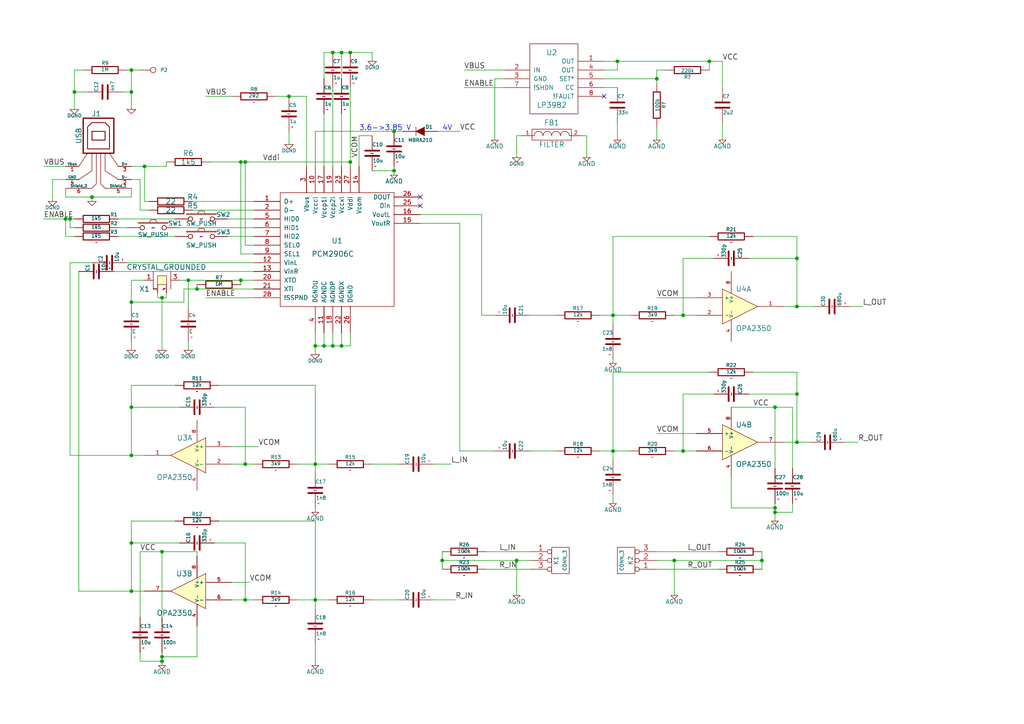
<source format=kicad_sch>
(kicad_sch (version 20230121) (generator eeschema)
  (paper "A4")
  (title_block (date "6 jan 2014"))
  (junction (at 54.61 81.28))
  (junction (at 41.91 48.26))
  (junction (at 38.1 171.45))
  (junction (at 71.12 46.99))
  (junction (at 224.79 147.32))
  (junction (at 38.1 157.48))
  (junction (at 198.12 91.44))
  (junction (at 195.58 162.56))
  (junction (at 93.98 100.33))
  (junction (at 21.59 26.67))
  (junction (at 38.1 20.32))
  (junction (at 220.98 162.56))
  (junction (at 224.79 148.59))
  (junction (at 91.44 173.99))
  (junction (at 205.74 17.78))
  (junction (at 114.3 38.1))
  (junction (at 198.12 130.81))
  (junction (at 179.07 17.78))
  (junction (at 38.1 87.63))
  (junction (at 96.52 100.33))
  (junction (at 38.1 26.67))
  (junction (at 114.3 49.53))
  (junction (at 231.14 128.27))
  (junction (at 231.14 88.9))
  (junction (at 231.14 114.3))
  (junction (at 91.44 100.33))
  (junction (at 26.67 57.15))
  (junction (at 20.32 63.5))
  (junction (at 46.99 191.77))
  (junction (at 46.99 190.5))
  (junction (at 101.6 15.24))
  (junction (at 231.14 74.93))
  (junction (at 19.05 63.5))
  (junction (at 46.99 86.36))
  (junction (at 83.82 27.94))
  (junction (at 38.1 118.11))
  (junction (at 190.5 22.86))
  (junction (at 69.85 81.28))
  (junction (at 224.79 118.11))
  (junction (at 71.12 134.62))
  (junction (at 91.44 134.62))
  (junction (at 71.12 173.99))
  (junction (at 38.1 132.08))
  (junction (at 101.6 46.99))
  (junction (at 69.85 46.99))
  (junction (at 99.06 15.24))
  (junction (at 46.99 160.02))
  (junction (at 128.27 162.56))
  (junction (at 177.8 91.44))
  (junction (at 149.86 162.56))
  (junction (at 99.06 100.33))
  (junction (at 57.15 83.82))
  (junction (at 96.52 15.24))
  (junction (at 177.8 130.81))
  (no_connect (at 175.26 27.94))
  (no_connect (at 121.92 57.15))
  (no_connect (at 121.92 59.69))
  (wire (pts (xy 175.26 20.32) (xy 179.07 20.32)))
  (wire (pts (xy 91.44 100.33) (xy 91.44 102.87)))
  (wire (pts (xy 63.5 151.13) (xy 91.44 151.13)))
  (wire (pts (xy 96.52 100.33) (xy 96.52 96.52)))
  (wire (pts (xy 190.5 20.32) (xy 190.5 22.86)))
  (wire (pts (xy 26.67 57.15) (xy 38.1 57.15)))
  (wire (pts (xy 133.35 64.77) (xy 133.35 130.81)))
  (wire (pts (xy 71.12 173.99) (xy 73.66 173.99)))
  (wire (pts (xy 15.24 52.07) (xy 15.24 58.42)))
  (wire (pts (xy 205.74 17.78) (xy 209.55 17.78)))
  (wire (pts (xy 38.1 118.11) (xy 38.1 132.08)))
  (wire (pts (xy 21.59 26.67) (xy 21.59 31.75)))
  (wire (pts (xy 53.34 83.82) (xy 53.34 87.63)))
  (wire (pts (xy 40.64 189.23) (xy 40.64 191.77)))
  (wire (pts (xy 60.96 46.99) (xy 69.85 46.99)))
  (wire (pts (xy 80.01 27.94) (xy 83.82 27.94)))
  (wire (pts (xy 93.98 15.24) (xy 96.52 15.24)))
  (wire (pts (xy 177.8 146.05) (xy 177.8 143.51)))
  (wire (pts (xy 20.32 63.5) (xy 21.59 63.5)))
  (wire (pts (xy 50.8 68.58) (xy 34.29 68.58)))
  (wire (pts (xy 121.92 62.23) (xy 139.7 62.23)))
  (wire (pts (xy 101.6 100.33) (xy 101.6 96.52)))
  (wire (pts (xy 91.44 134.62) (xy 95.25 134.62)))
  (wire (pts (xy 128.27 160.02) (xy 128.27 162.56)))
  (wire (pts (xy 20.32 132.08) (xy 20.32 76.2)))
  (wire (pts (xy 67.31 173.99) (xy 71.12 173.99)))
  (wire (pts (xy 69.85 81.28) (xy 73.66 81.28)))
  (wire (pts (xy 69.85 82.55) (xy 69.85 81.28)))
  (wire (pts (xy 50.8 111.76) (xy 38.1 111.76)))
  (wire (pts (xy 140.97 160.02) (xy 153.67 160.02)))
  (wire (pts (xy 212.09 118.11) (xy 224.79 118.11)))
  (wire (pts (xy 231.14 74.93) (xy 217.17 74.93)))
  (wire (pts (xy 21.59 20.32) (xy 24.13 20.32)))
  (wire (pts (xy 45.72 86.36) (xy 46.99 86.36)))
  (wire (pts (xy 96.52 25.4) (xy 96.52 48.26)))
  (wire (pts (xy 227.33 88.9) (xy 231.14 88.9)))
  (wire (pts (xy 54.61 101.6) (xy 54.61 99.06)))
  (wire (pts (xy 195.58 162.56) (xy 220.98 162.56)))
  (wire (pts (xy 66.04 68.58) (xy 73.66 68.58)))
  (wire (pts (xy 205.74 17.78) (xy 205.74 20.32)))
  (wire (pts (xy 38.1 26.67) (xy 38.1 31.75)))
  (wire (pts (xy 177.8 68.58) (xy 177.8 91.44)))
  (wire (pts (xy 71.12 71.12) (xy 71.12 46.99)))
  (wire (pts (xy 19.05 57.15) (xy 26.67 57.15)))
  (wire (pts (xy 91.44 134.62) (xy 91.44 137.16)))
  (wire (pts (xy 140.97 165.1) (xy 153.67 165.1)))
  (wire (pts (xy 83.82 27.94) (xy 88.9 27.94)))
  (wire (pts (xy 38.1 151.13) (xy 38.1 157.48)))
  (wire (pts (xy 40.64 179.07) (xy 40.64 160.02)))
  (wire (pts (xy 21.59 68.58) (xy 19.05 68.58)))
  (wire (pts (xy 57.15 181.61) (xy 57.15 190.5)))
  (wire (pts (xy 73.66 76.2) (xy 36.83 76.2)))
  (wire (pts (xy 115.57 173.99) (xy 107.95 173.99)))
  (wire (pts (xy 177.8 91.44) (xy 177.8 93.98)))
  (wire (pts (xy 86.36 173.99) (xy 91.44 173.99)))
  (wire (pts (xy 121.92 64.77) (xy 133.35 64.77)))
  (wire (pts (xy 229.87 146.05) (xy 229.87 148.59)))
  (wire (pts (xy 55.88 58.42) (xy 73.66 58.42)))
  (wire (pts (xy 71.12 118.11) (xy 71.12 134.62)))
  (wire (pts (xy 25.4 26.67) (xy 21.59 26.67)))
  (wire (pts (xy 96.52 100.33) (xy 99.06 100.33)))
  (wire (pts (xy 83.82 41.91) (xy 83.82 38.1)))
  (wire (pts (xy 91.44 173.99) (xy 95.25 173.99)))
  (wire (pts (xy 71.12 134.62) (xy 73.66 134.62)))
  (wire (pts (xy 220.98 160.02) (xy 220.98 162.56)))
  (wire (pts (xy 38.1 101.6) (xy 38.1 99.06)))
  (wire (pts (xy 62.23 157.48) (xy 71.12 157.48)))
  (wire (pts (xy 177.8 105.41) (xy 177.8 104.14)))
  (wire (pts (xy 168.91 39.37) (xy 170.18 39.37)))
  (wire (pts (xy 34.29 66.04) (xy 36.83 66.04)))
  (wire (pts (xy 198.12 91.44) (xy 201.93 91.44)))
  (wire (pts (xy 52.07 81.28) (xy 54.61 81.28)))
  (wire (pts (xy 46.99 160.02) (xy 46.99 179.07)))
  (wire (pts (xy 26.67 58.42) (xy 26.67 57.15)))
  (wire (pts (xy 66.04 63.5) (xy 73.66 63.5)))
  (wire (pts (xy 231.14 128.27) (xy 234.95 128.27)))
  (wire (pts (xy 146.05 20.32) (xy 134.62 20.32)))
  (wire (pts (xy 190.5 162.56) (xy 195.58 162.56)))
  (wire (pts (xy 128.27 162.56) (xy 149.86 162.56)))
  (wire (pts (xy 19.05 68.58) (xy 19.05 63.5)))
  (wire (pts (xy 133.35 38.1) (xy 127 38.1)))
  (wire (pts (xy 41.91 48.26) (xy 41.91 58.42)))
  (wire (pts (xy 54.61 88.9) (xy 54.61 81.28)))
  (wire (pts (xy 73.66 73.66) (xy 69.85 73.66)))
  (wire (pts (xy 229.87 148.59) (xy 224.79 148.59)))
  (wire (pts (xy 99.06 15.24) (xy 101.6 15.24)))
  (wire (pts (xy 19.05 54.61) (xy 19.05 57.15)))
  (wire (pts (xy 91.44 38.1) (xy 114.3 38.1)))
  (wire (pts (xy 50.8 151.13) (xy 38.1 151.13)))
  (wire (pts (xy 41.91 81.28) (xy 38.1 81.28)))
  (wire (pts (xy 40.64 52.07) (xy 38.1 52.07)))
  (wire (pts (xy 224.79 146.05) (xy 224.79 147.32)))
  (wire (pts (xy 12.7 48.26) (xy 19.05 48.26)))
  (wire (pts (xy 175.26 22.86) (xy 190.5 22.86)))
  (wire (pts (xy 38.1 20.32) (xy 38.1 26.67)))
  (wire (pts (xy 177.8 107.95) (xy 177.8 130.81)))
  (wire (pts (xy 218.44 107.95) (xy 231.14 107.95)))
  (wire (pts (xy 246.38 88.9) (xy 250.19 88.9)))
  (wire (pts (xy 67.31 134.62) (xy 71.12 134.62)))
  (wire (pts (xy 198.12 130.81) (xy 201.93 130.81)))
  (wire (pts (xy 91.44 151.13) (xy 91.44 173.99)))
  (wire (pts (xy 227.33 128.27) (xy 231.14 128.27)))
  (wire (pts (xy 151.13 39.37) (xy 149.86 39.37)))
  (wire (pts (xy 53.34 83.82) (xy 57.15 83.82)))
  (wire (pts (xy 69.85 46.99) (xy 71.12 46.99)))
  (wire (pts (xy 205.74 107.95) (xy 177.8 107.95)))
  (wire (pts (xy 91.44 100.33) (xy 93.98 100.33)))
  (wire (pts (xy 57.15 190.5) (xy 46.99 190.5)))
  (wire (pts (xy 107.95 15.24) (xy 107.95 17.78)))
  (wire (pts (xy 41.91 48.26) (xy 48.26 48.26)))
  (wire (pts (xy 99.06 15.24) (xy 99.06 22.86)))
  (wire (pts (xy 195.58 130.81) (xy 198.12 130.81)))
  (wire (pts (xy 62.23 118.11) (xy 71.12 118.11)))
  (wire (pts (xy 224.79 148.59) (xy 224.79 151.13)))
  (wire (pts (xy 193.04 20.32) (xy 190.5 20.32)))
  (wire (pts (xy 99.06 48.26) (xy 99.06 33.02)))
  (wire (pts (xy 93.98 48.26) (xy 93.98 33.02)))
  (wire (pts (xy 125.73 173.99) (xy 132.08 173.99)))
  (wire (pts (xy 46.99 86.36) (xy 48.26 86.36)))
  (wire (pts (xy 46.99 189.23) (xy 46.99 190.5)))
  (wire (pts (xy 91.44 111.76) (xy 91.44 134.62)))
  (wire (pts (xy 73.66 86.36) (xy 59.69 86.36)))
  (wire (pts (xy 173.99 130.81) (xy 177.8 130.81)))
  (wire (pts (xy 38.1 132.08) (xy 41.91 132.08)))
  (wire (pts (xy 101.6 15.24) (xy 107.95 15.24)))
  (wire (pts (xy 67.31 27.94) (xy 59.69 27.94)))
  (wire (pts (xy 93.98 100.33) (xy 96.52 100.33)))
  (wire (pts (xy 91.44 38.1) (xy 91.44 48.26)))
  (wire (pts (xy 63.5 111.76) (xy 91.44 111.76)))
  (wire (pts (xy 19.05 63.5) (xy 20.32 63.5)))
  (wire (pts (xy 218.44 68.58) (xy 231.14 68.58)))
  (wire (pts (xy 57.15 82.55) (xy 57.15 83.82)))
  (wire (pts (xy 114.3 49.53) (xy 107.95 49.53)))
  (wire (pts (xy 133.35 130.81) (xy 143.51 130.81)))
  (wire (pts (xy 139.7 62.23) (xy 139.7 91.44)))
  (wire (pts (xy 20.32 132.08) (xy 38.1 132.08)))
  (wire (pts (xy 93.98 96.52) (xy 93.98 100.33)))
  (wire (pts (xy 190.5 86.36) (xy 201.93 86.36)))
  (wire (pts (xy 22.86 171.45) (xy 22.86 78.74)))
  (wire (pts (xy 212.09 138.43) (xy 212.09 147.32)))
  (wire (pts (xy 91.44 148.59) (xy 91.44 147.32)))
  (wire (pts (xy 179.07 20.32) (xy 179.07 17.78)))
  (wire (pts (xy 21.59 20.32) (xy 21.59 26.67)))
  (wire (pts (xy 38.1 157.48) (xy 52.07 157.48)))
  (wire (pts (xy 231.14 107.95) (xy 231.14 114.3)))
  (wire (pts (xy 88.9 27.94) (xy 88.9 48.26)))
  (wire (pts (xy 173.99 91.44) (xy 177.8 91.44)))
  (wire (pts (xy 231.14 114.3) (xy 217.17 114.3)))
  (wire (pts (xy 40.64 60.96) (xy 40.64 52.07)))
  (wire (pts (xy 67.31 129.54) (xy 74.93 129.54)))
  (wire (pts (xy 40.64 160.02) (xy 46.99 160.02)))
  (wire (pts (xy 209.55 35.56) (xy 209.55 40.64)))
  (wire (pts (xy 52.07 66.04) (xy 73.66 66.04)))
  (wire (pts (xy 91.44 96.52) (xy 91.44 100.33)))
  (wire (pts (xy 38.1 81.28) (xy 38.1 87.63)))
  (wire (pts (xy 72.39 168.91) (xy 67.31 168.91)))
  (wire (pts (xy 114.3 38.1) (xy 116.84 38.1)))
  (wire (pts (xy 46.99 191.77) (xy 46.99 193.04)))
  (wire (pts (xy 38.1 111.76) (xy 38.1 118.11)))
  (wire (pts (xy 35.56 26.67) (xy 38.1 26.67)))
  (wire (pts (xy 73.66 71.12) (xy 71.12 71.12)))
  (wire (pts (xy 46.99 86.36) (xy 46.99 101.6)))
  (wire (pts (xy 190.5 125.73) (xy 201.93 125.73)))
  (wire (pts (xy 198.12 74.93) (xy 198.12 91.44)))
  (wire (pts (xy 179.07 17.78) (xy 205.74 17.78)))
  (wire (pts (xy 93.98 22.86) (xy 93.98 15.24)))
  (wire (pts (xy 149.86 162.56) (xy 149.86 172.72)))
  (wire (pts (xy 38.1 118.11) (xy 52.07 118.11)))
  (wire (pts (xy 54.61 81.28) (xy 69.85 81.28)))
  (wire (pts (xy 38.1 57.15) (xy 38.1 54.61)))
  (wire (pts (xy 139.7 91.44) (xy 143.51 91.44)))
  (wire (pts (xy 224.79 135.89) (xy 224.79 118.11)))
  (wire (pts (xy 177.8 91.44) (xy 182.88 91.44)))
  (wire (pts (xy 38.1 20.32) (xy 40.64 20.32)))
  (wire (pts (xy 143.51 22.86) (xy 143.51 40.64)))
  (wire (pts (xy 46.99 190.5) (xy 46.99 191.77)))
  (wire (pts (xy 153.67 130.81) (xy 161.29 130.81)))
  (wire (pts (xy 53.34 87.63) (xy 38.1 87.63)))
  (wire (pts (xy 20.32 76.2) (xy 26.67 76.2)))
  (wire (pts (xy 69.85 73.66) (xy 69.85 46.99)))
  (wire (pts (xy 40.64 191.77) (xy 46.99 191.77)))
  (wire (pts (xy 20.32 66.04) (xy 20.32 63.5)))
  (wire (pts (xy 209.55 17.78) (xy 209.55 25.4)))
  (wire (pts (xy 38.1 48.26) (xy 41.91 48.26)))
  (wire (pts (xy 198.12 114.3) (xy 198.12 130.81)))
  (wire (pts (xy 146.05 22.86) (xy 143.51 22.86)))
  (wire (pts (xy 114.3 48.26) (xy 114.3 49.53)))
  (wire (pts (xy 91.44 186.69) (xy 91.44 193.04)))
  (wire (pts (xy 190.5 22.86) (xy 190.5 24.13)))
  (wire (pts (xy 205.74 68.58) (xy 177.8 68.58)))
  (wire (pts (xy 57.15 83.82) (xy 73.66 83.82)))
  (wire (pts (xy 101.6 46.99) (xy 101.6 48.26)))
  (wire (pts (xy 245.11 128.27) (xy 248.92 128.27)))
  (wire (pts (xy 125.73 134.62) (xy 130.81 134.62)))
  (wire (pts (xy 195.58 162.56) (xy 195.58 172.72)))
  (wire (pts (xy 231.14 68.58) (xy 231.14 74.93)))
  (wire (pts (xy 179.07 35.56) (xy 179.07 40.64)))
  (wire (pts (xy 212.09 147.32) (xy 224.79 147.32)))
  (wire (pts (xy 229.87 118.11) (xy 229.87 135.89)))
  (wire (pts (xy 231.14 114.3) (xy 231.14 128.27)))
  (wire (pts (xy 46.99 160.02) (xy 57.15 160.02)))
  (wire (pts (xy 149.86 39.37) (xy 149.86 45.72)))
  (wire (pts (xy 231.14 74.93) (xy 231.14 88.9)))
  (wire (pts (xy 86.36 134.62) (xy 91.44 134.62)))
  (wire (pts (xy 195.58 91.44) (xy 198.12 91.44)))
  (wire (pts (xy 231.14 88.9) (xy 236.22 88.9)))
  (wire (pts (xy 43.18 60.96) (xy 40.64 60.96)))
  (wire (pts (xy 207.01 114.3) (xy 198.12 114.3)))
  (wire (pts (xy 12.7 63.5) (xy 19.05 63.5)))
  (wire (pts (xy 149.86 162.56) (xy 153.67 162.56)))
  (wire (pts (xy 128.27 162.56) (xy 128.27 165.1)))
  (wire (pts (xy 104.14 39.37) (xy 107.95 39.37)))
  (wire (pts (xy 207.01 74.93) (xy 198.12 74.93)))
  (wire (pts (xy 45.72 85.09) (xy 45.72 86.36)))
  (wire (pts (xy 48.26 86.36) (xy 48.26 85.09)))
  (wire (pts (xy 153.67 91.44) (xy 161.29 91.44)))
  (wire (pts (xy 190.5 40.64) (xy 190.5 36.83)))
  (wire (pts (xy 36.83 20.32) (xy 38.1 20.32)))
  (wire (pts (xy 99.06 100.33) (xy 99.06 96.52)))
  (wire (pts (xy 38.1 87.63) (xy 38.1 88.9)))
  (wire (pts (xy 57.15 160.02) (xy 57.15 161.29)))
  (wire (pts (xy 190.5 165.1) (xy 208.28 165.1)))
  (wire (pts (xy 224.79 147.32) (xy 224.79 148.59)))
  (wire (pts (xy 175.26 25.4) (xy 179.07 25.4)))
  (wire (pts (xy 38.1 171.45) (xy 41.91 171.45)))
  (wire (pts (xy 190.5 160.02) (xy 208.28 160.02)))
  (wire (pts (xy 114.3 49.53) (xy 114.3 50.8)))
  (wire (pts (xy 91.44 173.99) (xy 91.44 176.53)))
  (wire (pts (xy 48.26 48.26) (xy 48.26 46.99)))
  (wire (pts (xy 38.1 157.48) (xy 38.1 171.45)))
  (wire (pts (xy 73.66 78.74) (xy 33.02 78.74)))
  (wire (pts (xy 21.59 66.04) (xy 20.32 66.04)))
  (wire (pts (xy 170.18 39.37) (xy 170.18 45.72)))
  (wire (pts (xy 71.12 46.99) (xy 101.6 46.99)))
  (wire (pts (xy 19.05 52.07) (xy 15.24 52.07)))
  (wire (pts (xy 99.06 100.33) (xy 101.6 100.33)))
  (wire (pts (xy 104.14 48.26) (xy 104.14 39.37)))
  (wire (pts (xy 96.52 15.24) (xy 99.06 15.24)))
  (wire (pts (xy 101.6 25.4) (xy 101.6 46.99)))
  (wire (pts (xy 224.79 118.11) (xy 229.87 118.11)))
  (wire (pts (xy 177.8 130.81) (xy 182.88 130.81)))
  (wire (pts (xy 71.12 157.48) (xy 71.12 173.99)))
  (wire (pts (xy 146.05 25.4) (xy 134.62 25.4)))
  (wire (pts (xy 115.57 134.62) (xy 107.95 134.62)))
  (wire (pts (xy 22.86 171.45) (xy 38.1 171.45)))
  (wire (pts (xy 220.98 162.56) (xy 220.98 165.1)))
  (wire (pts (xy 41.91 58.42) (xy 43.18 58.42)))
  (wire (pts (xy 50.8 63.5) (xy 34.29 63.5)))
  (wire (pts (xy 175.26 17.78) (xy 179.07 17.78)))
  (wire (pts (xy 177.8 130.81) (xy 177.8 133.35)))
  (wire (pts (xy 55.88 60.96) (xy 73.66 60.96)))
  (text "3.6->3.85 V" (at 104.14 38.1 0) (effects (font (size 1.524 1.524)) (justify left bottom)))
  (text "4V" (at 128.27 38.1 0) (effects (font (size 1.524 1.524)) (justify left bottom)))
  (label "Vddi" (at 76.2 46.99 0) (effects (font (size 1.524 1.524))))
  (label "R_OUT" (at 199.39 165.1 0) (effects (font (size 1.524 1.524))))
  (label "ENABLE" (at 12.7 63.5 0) (effects (font (size 1.524 1.524))))
  (label "VCC" (at 218.44 118.11 0) (effects (font (size 1.524 1.524))))
  (label "VCOM" (at 74.93 129.54 0) (effects (font (size 1.524 1.524))))
  (label "R_IN" (at 132.08 173.99 0) (effects (font (size 1.524 1.524))))
  (label "R_IN" (at 144.78 165.1 0) (effects (font (size 1.524 1.524))))
  (label "R_OUT" (at 248.92 128.27 0) (effects (font (size 1.524 1.524))))
  (label "VCC" (at 209.55 17.78 0) (effects (font (size 1.524 1.524))))
  (label "VCC" (at 40.64 160.02 0) (effects (font (size 1.524 1.524))))
  (label "VBUS" (at 134.62 20.32 0) (effects (font (size 1.524 1.524))))
  (label "ENABLE" (at 59.69 86.36 0) (effects (font (size 1.524 1.524))))
  (label "L_OUT" (at 250.19 88.9 0) (effects (font (size 1.524 1.524))))
  (label "L_IN" (at 144.78 160.02 0) (effects (font (size 1.524 1.524))))
  (label "VCOM" (at 104.14 45.72 90) (effects (font (size 1.524 1.524))))
  (label "VCOM" (at 190.5 86.36 0) (effects (font (size 1.524 1.524))))
  (label "ENABLE" (at 134.62 25.4 0) (effects (font (size 1.524 1.524))))
  (label "L_OUT" (at 199.39 160.02 0) (effects (font (size 1.524 1.524))))
  (label "VBUS" (at 12.7 48.26 0) (effects (font (size 1.524 1.524))))
  (label "VBUS" (at 59.69 27.94 0) (effects (font (size 1.524 1.524))))
  (label "VCOM" (at 190.5 125.73 0) (effects (font (size 1.524 1.524))))
  (label "VCOM" (at 72.39 168.91 0) (effects (font (size 1.524 1.524))))
  (label "VCC" (at 133.35 38.1 0) (effects (font (size 1.524 1.524))))
  (label "L_IN" (at 130.81 134.62 0) (effects (font (size 1.524 1.524))))
  (symbol (lib_id "usb_codec:PCM2902C") (at 96.52 71.12 0) (unit 1)
    (property "Reference" "U1" (at 97.79 69.85 0) (effects (font (size 1.524 1.524))))
    (property "Value" "PCM2906C" (at 96.52 73.66 0) (effects (font (size 1.524 1.524))))
  )
  (symbol (lib_id "conn:USB") (at 29.21 43.18 0) (unit 1)
    (property "Reference" "J1" (effects hide))
    (property "Value" "USB" (effects hide))
    (property "Reference" "J1" (at 27.94 33.02 0) (effects (font (size 1.524 1.524))))
    (property "Value" "USB" (at 22.86 39.37 90) (effects (font (size 1.524 1.524))))
  )
  (symbol (lib_id "usb-rescue:R") (at 49.53 58.42 90) (unit 1)
    (property "Reference" "R4" (at 55.88 57.15 90) (effects (font (size 1.524 1.524))))
    (property "Value" "22" (at 49.53 58.42 90) (effects (font (size 1.524 1.524))))
  )
  (symbol (lib_id "usb-rescue:R") (at 49.53 60.96 90) (unit 1)
    (property "Reference" "R5" (at 55.88 59.69 90) (effects (font (size 1.524 1.524))))
    (property "Value" "22" (at 49.53 60.96 90) (effects (font (size 1.524 1.524))))
  )
  (symbol (lib_id "usb-rescue:R") (at 54.61 46.99 90) (unit 1)
    (property "Reference" "R6" (at 54.61 44.45 90) (effects (font (size 1.524 1.524))))
    (property "Value" "1k5" (at 54.61 46.99 90) (effects (font (size 1.524 1.524))))
  )
  (symbol (lib_id "usb-rescue:R") (at 73.66 27.94 90) (unit 1)
    (property "Reference" "R8" (at 73.66 25.908 90) (effects (font (size 1.016 1.016))))
    (property "Value" "2R2" (at 73.6346 27.7622 90) (effects (font (size 1.016 1.016))))
    (property "Footprint" "~" (at 73.66 29.718 90) (effects (font (size 0.762 0.762))))
    (property "Datasheet" "~" (at 73.66 27.94 0) (effects (font (size 0.762 0.762))))
  )
  (symbol (lib_id "usb-rescue:C") (at 83.82 33.02 0) (unit 1)
    (property "Reference" "C5" (at 83.82 30.48 0) (effects (font (size 1.016 1.016)) (justify left)))
    (property "Value" "1u" (at 83.9724 35.179 0) (effects (font (size 1.016 1.016)) (justify left)))
    (property "Footprint" "~" (at 84.7852 36.83 0) (effects (font (size 0.762 0.762))))
    (property "Datasheet" "~" (at 83.82 33.02 0) (effects (font (size 1.524 1.524))))
  )
  (symbol (lib_id "usb-rescue:DGND") (at 83.82 41.91 0) (unit 1)
    (property "Reference" "#PWR01" (effects hide))
    (property "Value" "DGND" (at 83.82 43.688 0) (effects (font (size 1.016 1.016))))
  )
  (symbol (lib_id "usb-rescue:DGND") (at 15.24 58.42 0) (unit 1)
    (property "Reference" "#PWR02" (effects hide))
    (property "Value" "DGND" (at 15.24 60.198 0) (effects (font (size 1.016 1.016))))
  )
  (symbol (lib_id "usb-rescue:R") (at 27.94 63.5 90) (unit 1)
    (property "Reference" "R1" (at 33.02 62.23 90) (effects (font (size 1.016 1.016))))
    (property "Value" "1k5" (at 27.9146 63.3222 90) (effects (font (size 1.016 1.016))))
    (property "Footprint" "~" (at 27.94 65.278 90) (effects (font (size 0.762 0.762))))
    (property "Datasheet" "~" (at 27.94 63.5 0) (effects (font (size 0.762 0.762))))
  )
  (symbol (lib_id "usb-rescue:R") (at 27.94 66.04 90) (unit 1)
    (property "Reference" "R2" (at 33.02 64.77 90) (effects (font (size 1.016 1.016))))
    (property "Value" "1k5" (at 27.9146 65.8622 90) (effects (font (size 1.016 1.016))))
    (property "Footprint" "~" (at 27.94 67.818 90) (effects (font (size 0.762 0.762))))
    (property "Datasheet" "~" (at 27.94 66.04 0) (effects (font (size 0.762 0.762))))
  )
  (symbol (lib_id "usb-rescue:R") (at 27.94 68.58 90) (unit 1)
    (property "Reference" "R3" (at 33.02 67.31 90) (effects (font (size 1.016 1.016))))
    (property "Value" "1k5" (at 27.9146 68.4022 90) (effects (font (size 1.016 1.016))))
    (property "Footprint" "~" (at 27.94 70.358 90) (effects (font (size 0.762 0.762))))
    (property "Datasheet" "~" (at 27.94 68.58 0) (effects (font (size 0.762 0.762))))
  )
  (symbol (lib_id "usb-rescue:SW_PUSH") (at 58.42 63.5 0) (unit 1)
    (property "Reference" "SW2" (at 64.77 62.23 0))
    (property "Value" "SW_PUSH" (at 58.42 64.77 0))
    (property "Footprint" "~" (at 58.42 63.5 0) (effects (font (size 1.524 1.524))))
    (property "Datasheet" "~" (at 58.42 63.5 0) (effects (font (size 1.524 1.524))))
  )
  (symbol (lib_id "usb-rescue:SW_PUSH") (at 44.45 66.04 0) (unit 1)
    (property "Reference" "SW1" (at 50.8 64.77 0))
    (property "Value" "SW_PUSH" (at 44.45 68.072 0))
    (property "Footprint" "~" (at 44.45 66.04 0) (effects (font (size 1.524 1.524))))
    (property "Datasheet" "~" (at 44.45 66.04 0) (effects (font (size 1.524 1.524))))
  )
  (symbol (lib_id "usb-rescue:SW_PUSH") (at 58.42 68.58 0) (unit 1)
    (property "Reference" "SW3" (at 64.77 67.31 0))
    (property "Value" "SW_PUSH" (at 58.42 71.12 0))
    (property "Footprint" "~" (at 58.42 68.58 0) (effects (font (size 1.524 1.524))))
    (property "Datasheet" "~" (at 58.42 68.58 0) (effects (font (size 1.524 1.524))))
  )
  (symbol (lib_id "usb-rescue:R") (at 63.5 82.55 90) (unit 1)
    (property "Reference" "R7" (at 63.5 80.518 90) (effects (font (size 1.016 1.016))))
    (property "Value" "1M" (at 63.4746 82.3722 90) (effects (font (size 1.016 1.016))))
    (property "Footprint" "~" (at 63.5 84.328 90) (effects (font (size 0.762 0.762))))
    (property "Datasheet" "~" (at 63.5 82.55 0) (effects (font (size 0.762 0.762))))
  )
  (symbol (lib_id "usb-rescue:C") (at 54.61 93.98 0) (unit 1)
    (property "Reference" "C4" (at 54.61 91.44 0) (effects (font (size 1.016 1.016)) (justify left)))
    (property "Value" "C" (at 54.7624 96.139 0) (effects (font (size 1.016 1.016)) (justify left)))
    (property "Footprint" "~" (at 55.5752 97.79 0) (effects (font (size 0.762 0.762))))
    (property "Datasheet" "~" (at 54.61 93.98 0) (effects (font (size 1.524 1.524))))
  )
  (symbol (lib_id "usb-rescue:C") (at 38.1 93.98 0) (unit 1)
    (property "Reference" "C3" (at 38.1 91.44 0) (effects (font (size 1.016 1.016)) (justify left)))
    (property "Value" "C" (at 38.2524 96.139 0) (effects (font (size 1.016 1.016)) (justify left)))
    (property "Footprint" "~" (at 39.0652 97.79 0) (effects (font (size 0.762 0.762))))
    (property "Datasheet" "~" (at 38.1 93.98 0) (effects (font (size 1.524 1.524))))
  )
  (symbol (lib_id "usb-rescue:DIODE") (at 121.92 38.1 180) (unit 1)
    (property "Reference" "D1" (at 124.46 36.83 0) (effects (font (size 1.016 1.016))))
    (property "Value" "MBRA210" (at 121.92 40.64 0) (effects (font (size 1.016 1.016))))
    (property "Footprint" "~" (at 121.92 38.1 0) (effects (font (size 1.524 1.524))))
    (property "Datasheet" "~" (at 121.92 38.1 0) (effects (font (size 1.524 1.524))))
  )
  (symbol (lib_id "usb-rescue:C") (at 114.3 43.18 0) (unit 1)
    (property "Reference" "C11" (at 114.3 40.64 0) (effects (font (size 1.016 1.016)) (justify left)))
    (property "Value" "10u" (at 114.4524 45.339 0) (effects (font (size 1.016 1.016)) (justify left)))
    (property "Footprint" "~" (at 115.2652 46.99 0) (effects (font (size 0.762 0.762))))
    (property "Datasheet" "~" (at 114.3 43.18 0) (effects (font (size 1.524 1.524))))
  )
  (symbol (lib_id "usb-rescue:AGND") (at 114.3 50.8 0) (unit 1)
    (property "Reference" "#PWR08" (effects hide))
    (property "Value" "AGND" (at 114.3 52.578 0))
  )
  (symbol (lib_id "usb-rescue:C") (at 93.98 27.94 0) (unit 1)
    (property "Reference" "C6" (at 93.98 25.4 0) (effects (font (size 1.016 1.016)) (justify left)))
    (property "Value" "1u" (at 94.1324 30.099 0) (effects (font (size 1.016 1.016)) (justify left)))
    (property "Footprint" "~" (at 94.9452 31.75 0) (effects (font (size 0.762 0.762))))
    (property "Datasheet" "~" (at 93.98 27.94 0) (effects (font (size 1.524 1.524))))
  )
  (symbol (lib_id "usb-rescue:C") (at 96.52 20.32 0) (unit 1)
    (property "Reference" "C7" (at 96.52 17.78 0) (effects (font (size 1.016 1.016)) (justify left)))
    (property "Value" "1u" (at 96.6724 22.479 0) (effects (font (size 1.016 1.016)) (justify left)))
    (property "Footprint" "~" (at 97.4852 24.13 0) (effects (font (size 0.762 0.762))))
    (property "Datasheet" "~" (at 96.52 20.32 0) (effects (font (size 1.524 1.524))))
  )
  (symbol (lib_id "usb-rescue:C") (at 99.06 27.94 0) (unit 1)
    (property "Reference" "C8" (at 99.06 25.4 0) (effects (font (size 1.016 1.016)) (justify left)))
    (property "Value" "1u" (at 99.2124 30.099 0) (effects (font (size 1.016 1.016)) (justify left)))
    (property "Footprint" "~" (at 100.0252 31.75 0) (effects (font (size 0.762 0.762))))
    (property "Datasheet" "~" (at 99.06 27.94 0) (effects (font (size 1.524 1.524))))
  )
  (symbol (lib_id "usb-rescue:C") (at 101.6 20.32 0) (unit 1)
    (property "Reference" "C9" (at 101.6 17.78 0) (effects (font (size 1.016 1.016)) (justify left)))
    (property "Value" "1u" (at 101.7524 22.479 0) (effects (font (size 1.016 1.016)) (justify left)))
    (property "Footprint" "~" (at 102.5652 24.13 0) (effects (font (size 0.762 0.762))))
    (property "Datasheet" "~" (at 101.6 20.32 0) (effects (font (size 1.524 1.524))))
  )
  (symbol (lib_id "usb-rescue:DGND") (at 107.95 17.78 0) (unit 1)
    (property "Reference" "#PWR010" (effects hide))
    (property "Value" "DGND" (at 107.95 19.558 0) (effects (font (size 1.016 1.016))))
  )
  (symbol (lib_id "usb-rescue:C") (at 107.95 44.45 0) (unit 1)
    (property "Reference" "C10" (at 107.95 41.91 0) (effects (font (size 1.016 1.016)) (justify left)))
    (property "Value" "10u" (at 108.1024 46.609 0) (effects (font (size 1.016 1.016)) (justify left)))
    (property "Footprint" "~" (at 108.9152 48.26 0) (effects (font (size 0.762 0.762))))
    (property "Datasheet" "~" (at 107.95 44.45 0) (effects (font (size 1.524 1.524))))
  )
  (symbol (lib_id "usb-rescue:DGND") (at 91.44 102.87 0) (unit 1)
    (property "Reference" "#PWR011" (effects hide))
    (property "Value" "DGND" (at 91.44 104.648 0) (effects (font (size 1.016 1.016))))
  )
  (symbol (lib_id "usb-rescue:C") (at 31.75 76.2 90) (unit 1)
    (property "Reference" "C2" (at 29.21 76.2 0) (effects (font (size 1.016 1.016)) (justify left)))
    (property "Value" "10u" (at 33.909 76.0476 0) (effects (font (size 1.016 1.016)) (justify left)))
    (property "Footprint" "~" (at 35.56 75.2348 0) (effects (font (size 0.762 0.762))))
    (property "Datasheet" "~" (at 31.75 76.2 0) (effects (font (size 1.524 1.524))))
  )
  (symbol (lib_id "usb-rescue:C") (at 27.94 78.74 90) (unit 1)
    (property "Reference" "C1" (at 25.4 78.74 0) (effects (font (size 1.016 1.016)) (justify left)))
    (property "Value" "10u" (at 30.099 78.5876 0) (effects (font (size 1.016 1.016)) (justify left)))
    (property "Footprint" "~" (at 31.75 77.7748 0) (effects (font (size 0.762 0.762))))
    (property "Datasheet" "~" (at 27.94 78.74 0) (effects (font (size 1.524 1.524))))
  )
  (symbol (lib_id "usb-rescue:TL082") (at 54.61 171.45 0) (mirror y) (unit 2)
    (property "Reference" "U3" (at 55.88 166.37 0) (effects (font (size 1.524 1.524)) (justify left)))
    (property "Value" "OPA2350" (at 55.88 177.8 0) (effects (font (size 1.524 1.524)) (justify left)))
  )
  (symbol (lib_id "usb-rescue:C") (at 40.64 184.15 0) (unit 1)
    (property "Reference" "C13" (at 40.64 181.61 0) (effects (font (size 1.016 1.016)) (justify left)))
    (property "Value" "10u" (at 40.7924 186.309 0) (effects (font (size 1.016 1.016)) (justify left)))
    (property "Footprint" "~" (at 41.6052 187.96 0) (effects (font (size 0.762 0.762))))
    (property "Datasheet" "~" (at 40.64 184.15 0) (effects (font (size 1.524 1.524))))
  )
  (symbol (lib_id "usb-rescue:C") (at 46.99 184.15 0) (unit 1)
    (property "Reference" "C14" (at 46.99 181.61 0) (effects (font (size 1.016 1.016)) (justify left)))
    (property "Value" "100n" (at 47.1424 186.309 0) (effects (font (size 1.016 1.016)) (justify left)))
    (property "Footprint" "~" (at 47.9552 187.96 0) (effects (font (size 0.762 0.762))))
    (property "Datasheet" "~" (at 46.99 184.15 0) (effects (font (size 1.524 1.524))))
  )
  (symbol (lib_id "usb-rescue:R") (at 57.15 151.13 90) (unit 1)
    (property "Reference" "R12" (at 57.15 149.098 90) (effects (font (size 1.016 1.016))))
    (property "Value" "12k" (at 57.1246 150.9522 90) (effects (font (size 1.016 1.016))))
    (property "Footprint" "~" (at 57.15 152.908 90) (effects (font (size 0.762 0.762))))
    (property "Datasheet" "~" (at 57.15 151.13 0) (effects (font (size 0.762 0.762))))
  )
  (symbol (lib_id "usb-rescue:C") (at 57.15 157.48 90) (unit 1)
    (property "Reference" "C16" (at 54.61 157.48 0) (effects (font (size 1.016 1.016)) (justify left)))
    (property "Value" "330p" (at 59.309 157.3276 0) (effects (font (size 1.016 1.016)) (justify left)))
    (property "Footprint" "~" (at 60.96 156.5148 0) (effects (font (size 0.762 0.762))))
    (property "Datasheet" "~" (at 57.15 157.48 0) (effects (font (size 1.524 1.524))))
  )
  (symbol (lib_id "usb-rescue:R") (at 80.01 173.99 90) (unit 1)
    (property "Reference" "R14" (at 80.01 171.958 90) (effects (font (size 1.016 1.016))))
    (property "Value" "3k9" (at 79.9846 173.8122 90) (effects (font (size 1.016 1.016))))
    (property "Footprint" "~" (at 80.01 175.768 90) (effects (font (size 0.762 0.762))))
    (property "Datasheet" "~" (at 80.01 173.99 0) (effects (font (size 0.762 0.762))))
  )
  (symbol (lib_id "usb-rescue:R") (at 101.6 173.99 90) (unit 1)
    (property "Reference" "R16" (at 101.6 171.958 90) (effects (font (size 1.016 1.016))))
    (property "Value" "12k" (at 101.5746 173.8122 90) (effects (font (size 1.016 1.016))))
    (property "Footprint" "~" (at 101.6 175.768 90) (effects (font (size 0.762 0.762))))
    (property "Datasheet" "~" (at 101.6 173.99 0) (effects (font (size 0.762 0.762))))
  )
  (symbol (lib_id "usb-rescue:C") (at 120.65 173.99 90) (unit 1)
    (property "Reference" "C20" (at 118.11 173.99 0) (effects (font (size 1.016 1.016)) (justify left)))
    (property "Value" "10u" (at 122.809 173.8376 0) (effects (font (size 1.016 1.016)) (justify left)))
    (property "Footprint" "~" (at 124.46 173.0248 0) (effects (font (size 0.762 0.762))))
    (property "Datasheet" "~" (at 120.65 173.99 0) (effects (font (size 1.524 1.524))))
  )
  (symbol (lib_id "usb-rescue:C") (at 91.44 181.61 0) (unit 1)
    (property "Reference" "C18" (at 91.44 179.07 0) (effects (font (size 1.016 1.016)) (justify left)))
    (property "Value" "1n8" (at 91.5924 183.769 0) (effects (font (size 1.016 1.016)) (justify left)))
    (property "Footprint" "~" (at 92.4052 185.42 0) (effects (font (size 0.762 0.762))))
    (property "Datasheet" "~" (at 91.44 181.61 0) (effects (font (size 1.524 1.524))))
  )
  (symbol (lib_id "usb-rescue:TL082") (at 54.61 132.08 0) (mirror y) (unit 1)
    (property "Reference" "U3" (at 55.88 127 0) (effects (font (size 1.524 1.524)) (justify left)))
    (property "Value" "OPA2350" (at 55.88 138.43 0) (effects (font (size 1.524 1.524)) (justify left)))
  )
  (symbol (lib_id "usb-rescue:R") (at 57.15 111.76 90) (unit 1)
    (property "Reference" "R11" (at 57.15 109.728 90) (effects (font (size 1.016 1.016))))
    (property "Value" "12k" (at 57.1246 111.5822 90) (effects (font (size 1.016 1.016))))
    (property "Footprint" "~" (at 57.15 113.538 90) (effects (font (size 0.762 0.762))))
    (property "Datasheet" "~" (at 57.15 111.76 0) (effects (font (size 0.762 0.762))))
  )
  (symbol (lib_id "usb-rescue:C") (at 57.15 118.11 90) (unit 1)
    (property "Reference" "C15" (at 54.61 118.11 0) (effects (font (size 1.016 1.016)) (justify left)))
    (property "Value" "330p" (at 59.309 117.9576 0) (effects (font (size 1.016 1.016)) (justify left)))
    (property "Footprint" "~" (at 60.96 117.1448 0) (effects (font (size 0.762 0.762))))
    (property "Datasheet" "~" (at 57.15 118.11 0) (effects (font (size 1.524 1.524))))
  )
  (symbol (lib_id "usb-rescue:R") (at 80.01 134.62 90) (unit 1)
    (property "Reference" "R13" (at 80.01 132.588 90) (effects (font (size 1.016 1.016))))
    (property "Value" "3k9" (at 79.9846 134.4422 90) (effects (font (size 1.016 1.016))))
    (property "Footprint" "~" (at 80.01 136.398 90) (effects (font (size 0.762 0.762))))
    (property "Datasheet" "~" (at 80.01 134.62 0) (effects (font (size 0.762 0.762))))
  )
  (symbol (lib_id "usb-rescue:R") (at 101.6 134.62 90) (unit 1)
    (property "Reference" "R15" (at 101.6 132.588 90) (effects (font (size 1.016 1.016))))
    (property "Value" "12k" (at 101.5746 134.4422 90) (effects (font (size 1.016 1.016))))
    (property "Footprint" "~" (at 101.6 136.398 90) (effects (font (size 0.762 0.762))))
    (property "Datasheet" "~" (at 101.6 134.62 0) (effects (font (size 0.762 0.762))))
  )
  (symbol (lib_id "usb-rescue:C") (at 120.65 134.62 90) (unit 1)
    (property "Reference" "C19" (at 118.11 134.62 0) (effects (font (size 1.016 1.016)) (justify left)))
    (property "Value" "10u" (at 122.809 134.4676 0) (effects (font (size 1.016 1.016)) (justify left)))
    (property "Footprint" "~" (at 124.46 133.6548 0) (effects (font (size 0.762 0.762))))
    (property "Datasheet" "~" (at 120.65 134.62 0) (effects (font (size 1.524 1.524))))
  )
  (symbol (lib_id "usb-rescue:C") (at 91.44 142.24 0) (unit 1)
    (property "Reference" "C17" (at 91.44 139.7 0) (effects (font (size 1.016 1.016)) (justify left)))
    (property "Value" "1n8" (at 91.5924 144.399 0) (effects (font (size 1.016 1.016)) (justify left)))
    (property "Footprint" "~" (at 92.4052 146.05 0) (effects (font (size 0.762 0.762))))
    (property "Datasheet" "~" (at 91.44 142.24 0) (effects (font (size 1.524 1.524))))
  )
  (symbol (lib_id "usb-rescue:TL082") (at 214.63 128.27 0) (unit 2)
    (property "Reference" "U4" (at 213.36 123.19 0) (effects (font (size 1.524 1.524)) (justify left)))
    (property "Value" "OPA2350" (at 213.36 134.62 0) (effects (font (size 1.524 1.524)) (justify left)))
  )
  (symbol (lib_id "usb-rescue:R") (at 212.09 107.95 270) (mirror x) (unit 1)
    (property "Reference" "R22" (at 212.09 105.918 90) (effects (font (size 1.016 1.016))))
    (property "Value" "12k" (at 212.1154 107.7722 90) (effects (font (size 1.016 1.016))))
    (property "Footprint" "~" (at 212.09 109.728 90) (effects (font (size 0.762 0.762))))
    (property "Datasheet" "~" (at 212.09 107.95 0) (effects (font (size 0.762 0.762))))
  )
  (symbol (lib_id "usb-rescue:C") (at 212.09 114.3 270) (mirror x) (unit 1)
    (property "Reference" "C26" (at 214.63 114.3 0) (effects (font (size 1.016 1.016)) (justify left)))
    (property "Value" "330p" (at 209.931 114.1476 0) (effects (font (size 1.016 1.016)) (justify left)))
    (property "Footprint" "~" (at 208.28 113.3348 0) (effects (font (size 0.762 0.762))))
    (property "Datasheet" "~" (at 212.09 114.3 0) (effects (font (size 1.524 1.524))))
  )
  (symbol (lib_id "usb-rescue:R") (at 189.23 130.81 270) (mirror x) (unit 1)
    (property "Reference" "R20" (at 189.23 128.778 90) (effects (font (size 1.016 1.016))))
    (property "Value" "3k9" (at 189.2554 130.6322 90) (effects (font (size 1.016 1.016))))
    (property "Footprint" "~" (at 189.23 132.588 90) (effects (font (size 0.762 0.762))))
    (property "Datasheet" "~" (at 189.23 130.81 0) (effects (font (size 0.762 0.762))))
  )
  (symbol (lib_id "usb-rescue:R") (at 167.64 130.81 270) (mirror x) (unit 1)
    (property "Reference" "R18" (at 167.64 128.778 90) (effects (font (size 1.016 1.016))))
    (property "Value" "12k" (at 167.6654 130.6322 90) (effects (font (size 1.016 1.016))))
    (property "Footprint" "~" (at 167.64 132.588 90) (effects (font (size 0.762 0.762))))
    (property "Datasheet" "~" (at 167.64 130.81 0) (effects (font (size 0.762 0.762))))
  )
  (symbol (lib_id "usb-rescue:C") (at 148.59 130.81 270) (mirror x) (unit 1)
    (property "Reference" "C22" (at 151.13 130.81 0) (effects (font (size 1.016 1.016)) (justify left)))
    (property "Value" "10u" (at 146.431 130.6576 0) (effects (font (size 1.016 1.016)) (justify left)))
    (property "Footprint" "~" (at 144.78 129.8448 0) (effects (font (size 0.762 0.762))))
    (property "Datasheet" "~" (at 148.59 130.81 0) (effects (font (size 1.524 1.524))))
  )
  (symbol (lib_id "usb-rescue:C") (at 177.8 138.43 0) (mirror y) (unit 1)
    (property "Reference" "C24" (at 177.8 135.89 0) (effects (font (size 1.016 1.016)) (justify left)))
    (property "Value" "1n8" (at 177.6476 140.589 0) (effects (font (size 1.016 1.016)) (justify left)))
    (property "Footprint" "~" (at 176.8348 142.24 0) (effects (font (size 0.762 0.762))))
    (property "Datasheet" "~" (at 177.8 138.43 0) (effects (font (size 1.524 1.524))))
  )
  (symbol (lib_id "usb-rescue:TL082") (at 214.63 88.9 0) (unit 1)
    (property "Reference" "U4" (at 213.36 83.82 0) (effects (font (size 1.524 1.524)) (justify left)))
    (property "Value" "OPA2350" (at 213.36 95.25 0) (effects (font (size 1.524 1.524)) (justify left)))
  )
  (symbol (lib_id "usb-rescue:R") (at 212.09 68.58 270) (mirror x) (unit 1)
    (property "Reference" "R21" (at 212.09 66.548 90) (effects (font (size 1.016 1.016))))
    (property "Value" "12k" (at 212.1154 68.4022 90) (effects (font (size 1.016 1.016))))
    (property "Footprint" "~" (at 212.09 70.358 90) (effects (font (size 0.762 0.762))))
    (property "Datasheet" "~" (at 212.09 68.58 0) (effects (font (size 0.762 0.762))))
  )
  (symbol (lib_id "usb-rescue:C") (at 212.09 74.93 270) (mirror x) (unit 1)
    (property "Reference" "C25" (at 214.63 74.93 0) (effects (font (size 1.016 1.016)) (justify left)))
    (property "Value" "330p" (at 209.931 74.7776 0) (effects (font (size 1.016 1.016)) (justify left)))
    (property "Footprint" "~" (at 208.28 73.9648 0) (effects (font (size 0.762 0.762))))
    (property "Datasheet" "~" (at 212.09 74.93 0) (effects (font (size 1.524 1.524))))
  )
  (symbol (lib_id "usb-rescue:R") (at 189.23 91.44 270) (mirror x) (unit 1)
    (property "Reference" "R19" (at 189.23 89.408 90) (effects (font (size 1.016 1.016))))
    (property "Value" "3k9" (at 189.2554 91.2622 90) (effects (font (size 1.016 1.016))))
    (property "Footprint" "~" (at 189.23 93.218 90) (effects (font (size 0.762 0.762))))
    (property "Datasheet" "~" (at 189.23 91.44 0) (effects (font (size 0.762 0.762))))
  )
  (symbol (lib_id "usb-rescue:R") (at 167.64 91.44 270) (mirror x) (unit 1)
    (property "Reference" "R17" (at 167.64 89.408 90) (effects (font (size 1.016 1.016))))
    (property "Value" "12k" (at 167.6654 91.2622 90) (effects (font (size 1.016 1.016))))
    (property "Footprint" "~" (at 167.64 93.218 90) (effects (font (size 0.762 0.762))))
    (property "Datasheet" "~" (at 167.64 91.44 0) (effects (font (size 0.762 0.762))))
  )
  (symbol (lib_id "usb-rescue:C") (at 148.59 91.44 270) (mirror x) (unit 1)
    (property "Reference" "C21" (at 151.13 91.44 0) (effects (font (size 1.016 1.016)) (justify left)))
    (property "Value" "10u" (at 146.431 91.2876 0) (effects (font (size 1.016 1.016)) (justify left)))
    (property "Footprint" "~" (at 144.78 90.4748 0) (effects (font (size 0.762 0.762))))
    (property "Datasheet" "~" (at 148.59 91.44 0) (effects (font (size 1.524 1.524))))
  )
  (symbol (lib_id "usb-rescue:C") (at 177.8 99.06 0) (mirror y) (unit 1)
    (property "Reference" "C23" (at 177.8 96.52 0) (effects (font (size 1.016 1.016)) (justify left)))
    (property "Value" "1n8" (at 177.6476 101.219 0) (effects (font (size 1.016 1.016)) (justify left)))
    (property "Footprint" "~" (at 176.8348 102.87 0) (effects (font (size 0.762 0.762))))
    (property "Datasheet" "~" (at 177.8 99.06 0) (effects (font (size 1.524 1.524))))
  )
  (symbol (lib_id "usb-rescue:AGND") (at 46.99 193.04 0) (unit 1)
    (property "Reference" "#PWR013" (effects hide))
    (property "Value" "AGND" (at 46.99 194.818 0))
  )
  (symbol (lib_id "usb-rescue:AGND") (at 91.44 193.04 0) (unit 1)
    (property "Reference" "#PWR014" (effects hide))
    (property "Value" "AGND" (at 91.44 194.818 0))
  )
  (symbol (lib_id "usb-rescue:AGND") (at 91.44 148.59 0) (unit 1)
    (property "Reference" "#PWR015" (effects hide))
    (property "Value" "AGND" (at 91.44 150.368 0))
  )
  (symbol (lib_id "usb-rescue:AGND") (at 177.8 105.41 0) (unit 1)
    (property "Reference" "#PWR016" (effects hide))
    (property "Value" "AGND" (at 177.8 107.188 0))
  )
  (symbol (lib_id "usb-rescue:AGND") (at 177.8 146.05 0) (unit 1)
    (property "Reference" "#PWR017" (effects hide))
    (property "Value" "AGND" (at 177.8 147.828 0))
  )
  (symbol (lib_id "usb-rescue:C") (at 224.79 140.97 0) (unit 1)
    (property "Reference" "C27" (at 224.79 138.43 0) (effects (font (size 1.016 1.016)) (justify left)))
    (property "Value" "100n" (at 224.9424 143.129 0) (effects (font (size 1.016 1.016)) (justify left)))
    (property "Footprint" "~" (at 225.7552 144.78 0) (effects (font (size 0.762 0.762))))
    (property "Datasheet" "~" (at 224.79 140.97 0) (effects (font (size 1.524 1.524))))
  )
  (symbol (lib_id "usb-rescue:C") (at 229.87 140.97 0) (unit 1)
    (property "Reference" "C28" (at 229.87 138.43 0) (effects (font (size 1.016 1.016)) (justify left)))
    (property "Value" "10u" (at 230.0224 143.129 0) (effects (font (size 1.016 1.016)) (justify left)))
    (property "Footprint" "~" (at 230.8352 144.78 0) (effects (font (size 0.762 0.762))))
    (property "Datasheet" "~" (at 229.87 140.97 0) (effects (font (size 1.524 1.524))))
  )
  (symbol (lib_id "usb-rescue:AGND") (at 224.79 151.13 0) (unit 1)
    (property "Reference" "#PWR018" (effects hide))
    (property "Value" "AGND" (at 224.79 152.908 0))
  )
  (symbol (lib_id "usb-rescue:C") (at 241.3 88.9 90) (unit 1)
    (property "Reference" "C30" (at 238.76 88.9 0) (effects (font (size 1.016 1.016)) (justify left)))
    (property "Value" "680u" (at 243.459 88.7476 0) (effects (font (size 1.016 1.016)) (justify left)))
    (property "Footprint" "~" (at 245.11 87.9348 0) (effects (font (size 0.762 0.762))))
    (property "Datasheet" "~" (at 241.3 88.9 0) (effects (font (size 1.524 1.524))))
  )
  (symbol (lib_id "usb-rescue:C") (at 240.03 128.27 90) (unit 1)
    (property "Reference" "C29" (at 237.49 128.27 0) (effects (font (size 1.016 1.016)) (justify left)))
    (property "Value" "680u" (at 242.189 128.1176 0) (effects (font (size 1.016 1.016)) (justify left)))
    (property "Footprint" "~" (at 243.84 127.3048 0) (effects (font (size 0.762 0.762))))
    (property "Datasheet" "~" (at 240.03 128.27 0) (effects (font (size 1.524 1.524))))
  )
  (symbol (lib_id "usb-rescue:AGND") (at 149.86 172.72 0) (unit 1)
    (property "Reference" "#PWR019" (effects hide))
    (property "Value" "AGND" (at 149.86 174.498 0))
  )
  (symbol (lib_id "usb-rescue:AGND") (at 195.58 172.72 0) (unit 1)
    (property "Reference" "#PWR020" (effects hide))
    (property "Value" "AGND" (at 195.58 174.498 0))
  )
  (symbol (lib_id "usb-rescue:R") (at 134.62 160.02 90) (unit 1)
    (property "Reference" "R26" (at 134.62 157.988 90) (effects (font (size 1.016 1.016))))
    (property "Value" "100k" (at 134.5946 159.8422 90) (effects (font (size 1.016 1.016))))
    (property "Footprint" "~" (at 134.62 161.798 90) (effects (font (size 0.762 0.762))))
    (property "Datasheet" "~" (at 134.62 160.02 0) (effects (font (size 0.762 0.762))))
  )
  (symbol (lib_id "usb-rescue:R") (at 134.62 165.1 90) (unit 1)
    (property "Reference" "R23" (at 134.62 163.068 90) (effects (font (size 1.016 1.016))))
    (property "Value" "100k" (at 134.5946 164.9222 90) (effects (font (size 1.016 1.016))))
    (property "Footprint" "~" (at 134.62 166.878 90) (effects (font (size 0.762 0.762))))
    (property "Datasheet" "~" (at 134.62 165.1 0) (effects (font (size 0.762 0.762))))
  )
  (symbol (lib_id "usb-rescue:R") (at 214.63 160.02 90) (unit 1)
    (property "Reference" "R24" (at 214.63 157.988 90) (effects (font (size 1.016 1.016))))
    (property "Value" "100k" (at 214.6046 159.8422 90) (effects (font (size 1.016 1.016))))
    (property "Footprint" "~" (at 214.63 161.798 90) (effects (font (size 0.762 0.762))))
    (property "Datasheet" "~" (at 214.63 160.02 0) (effects (font (size 0.762 0.762))))
  )
  (symbol (lib_id "usb-rescue:R") (at 214.63 165.1 90) (unit 1)
    (property "Reference" "R25" (at 214.63 163.068 90) (effects (font (size 1.016 1.016))))
    (property "Value" "100k" (at 214.6046 164.9222 90) (effects (font (size 1.016 1.016))))
    (property "Footprint" "~" (at 214.63 166.878 90) (effects (font (size 0.762 0.762))))
    (property "Datasheet" "~" (at 214.63 165.1 0) (effects (font (size 0.762 0.762))))
  )
  (symbol (lib_id "conn:CONN_1") (at 44.45 20.32 0) (unit 1)
    (property "Reference" "P2" (at 46.482 20.32 0) (effects (font (size 1.016 1.016)) (justify left)))
    (property "Value" "CONN_1" (effects hide))
  )
  (symbol (lib_id "usb-rescue:DGND") (at 149.86 45.72 0) (unit 1)
    (property "Reference" "#PWR022" (effects hide))
    (property "Value" "DGND" (at 149.86 47.498 0) (effects (font (size 1.016 1.016))))
  )
  (symbol (lib_id "usb-rescue:AGND") (at 170.18 45.72 0) (unit 1)
    (property "Reference" "#PWR023" (effects hide))
    (property "Value" "AGND" (at 170.18 47.498 0))
  )
  (symbol (lib_id "conn:CONN_3") (at 162.56 162.56 0) (unit 1)
    (property "Reference" "K1" (at 161.29 162.56 90))
    (property "Value" "CONN_3" (at 163.83 162.56 90) (effects (font (size 1.016 1.016))))
  )
  (symbol (lib_id "conn:CONN_3") (at 181.61 162.56 180) (unit 1)
    (property "Reference" "K2" (at 182.88 162.56 90))
    (property "Value" "CONN_3" (at 180.34 162.56 90) (effects (font (size 1.016 1.016))))
  )
  (symbol (lib_id "linear_regulators:LP3982") (at 160.02 22.86 0) (unit 1)
    (property "Reference" "U2" (at 160.02 15.24 0) (effects (font (size 1.524 1.524))))
    (property "Value" "LP3982" (at 160.02 30.48 0) (effects (font (size 1.524 1.524))))
  )
  (symbol (lib_id "usb-rescue:R") (at 199.39 20.32 270) (unit 1)
    (property "Reference" "R?" (at 199.39 22.352 90) (effects (font (size 1.016 1.016))))
    (property "Value" "220k" (at 199.4154 20.4978 90) (effects (font (size 1.016 1.016))))
  )
  (symbol (lib_id "usb-rescue:R") (at 190.5 30.48 0) (unit 1)
    (property "Reference" "R?" (at 192.532 30.48 90) (effects (font (size 1.016 1.016))))
    (property "Value" "100k" (at 190.6778 30.4546 90) (effects (font (size 1.016 1.016))))
  )
  (symbol (lib_id "usb-rescue:C") (at 179.07 30.48 0) (unit 1)
    (property "Reference" "C?" (at 179.07 27.94 0) (effects (font (size 1.016 1.016)) (justify left)))
    (property "Value" "33n" (at 179.2224 32.639 0) (effects (font (size 1.016 1.016)) (justify left)))
  )
  (symbol (lib_id "usb-rescue:C") (at 209.55 30.48 0) (unit 1)
    (property "Reference" "C?" (at 209.55 27.94 0) (effects (font (size 1.016 1.016)) (justify left)))
    (property "Value" "2u2" (at 209.7024 32.639 0) (effects (font (size 1.016 1.016)) (justify left)))
  )
  (symbol (lib_id "usb-rescue:AGND") (at 209.55 40.64 0) (unit 1)
    (property "Reference" "#PWR?" (effects hide))
    (property "Value" "AGND" (at 209.55 42.418 0))
  )
  (symbol (lib_id "usb-rescue:AGND") (at 190.5 40.64 0) (unit 1)
    (property "Reference" "#PWR?" (effects hide))
    (property "Value" "AGND" (at 190.5 42.418 0))
  )
  (symbol (lib_id "usb-rescue:AGND") (at 179.07 40.64 0) (unit 1)
    (property "Reference" "#PWR?" (effects hide))
    (property "Value" "AGND" (at 179.07 42.418 0))
  )
  (symbol (lib_id "usb-rescue:AGND") (at 143.51 40.64 0) (unit 1)
    (property "Reference" "#PWR?" (effects hide))
    (property "Value" "AGND" (at 143.51 42.418 0))
  )
  (symbol (lib_id "usb-rescue:GND") (at 26.67 58.42 0) (unit 1)
    (property "Reference" "#PWR?" (effects hide))
    (property "Value" "GND" (effects hide))
  )
  (symbol (lib_id "usb-rescue:FILTER") (at 160.02 39.37 0) (unit 1)
    (property "Reference" "FB1" (at 160.02 35.56 0) (effects (font (size 1.524 1.524))))
    (property "Value" "FILTER" (at 160.02 41.91 0) (effects (font (size 1.524 1.524))))
  )
  (symbol (lib_id "usb-rescue:R") (at 30.48 20.32 90) (unit 1)
    (property "Reference" "R9" (at 30.48 18.288 90) (effects (font (size 1.016 1.016))))
    (property "Value" "1M" (at 30.4546 20.1422 90) (effects (font (size 1.016 1.016))))
  )
  (symbol (lib_id "usb-rescue:C") (at 30.48 26.67 90) (unit 1)
    (property "Reference" "C12" (at 27.94 26.67 0) (effects (font (size 1.016 1.016)) (justify left)))
    (property "Value" "4n7" (at 32.639 26.5176 0) (effects (font (size 1.016 1.016)) (justify left)))
  )
  (symbol (lib_id "usb-rescue:DGND") (at 21.59 31.75 0) (unit 1)
    (property "Reference" "#PWR?" (effects hide))
    (property "Value" "DGND" (at 21.59 33.528 0) (effects (font (size 1.016 1.016))))
  )
  (symbol (lib_id "usb-rescue:GND") (at 38.1 31.75 0) (unit 1)
    (property "Reference" "#PWR?" (effects hide))
    (property "Value" "GND" (effects hide))
  )
  (symbol (lib_id "crystals:CRYSTAL_GROUNDED") (at 46.99 81.28 0) (unit 1)
    (property "Reference" "X1" (at 41.91 83.82 0) (effects (font (size 1.524 1.524))))
    (property "Value" "CRYSTAL_GROUNDED" (at 48.26 77.47 0) (effects (font (size 1.524 1.524))))
  )
  (symbol (lib_id "usb-rescue:DGND") (at 54.61 101.6 0) (unit 1)
    (property "Reference" "#PWR?" (effects hide))
    (property "Value" "DGND" (at 54.61 103.378 0) (effects (font (size 1.016 1.016))))
  )
  (symbol (lib_id "usb-rescue:DGND") (at 46.99 101.6 0) (unit 1)
    (property "Reference" "#PWR?" (effects hide))
    (property "Value" "DGND" (at 46.99 103.378 0) (effects (font (size 1.016 1.016))))
  )
  (symbol (lib_id "usb-rescue:DGND") (at 38.1 101.6 0) (unit 1)
    (property "Reference" "#PWR?" (effects hide))
    (property "Value" "DGND" (at 38.1 103.378 0) (effects (font (size 1.016 1.016))))
  )
)
</source>
